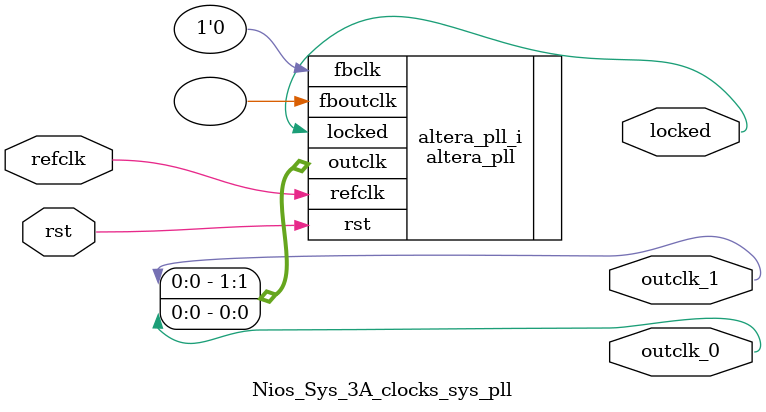
<source format=v>
`timescale 1ns/10ps
module  Nios_Sys_3A_clocks_sys_pll(

	// interface 'refclk'
	input wire refclk,

	// interface 'reset'
	input wire rst,

	// interface 'outclk0'
	output wire outclk_0,

	// interface 'outclk1'
	output wire outclk_1,

	// interface 'locked'
	output wire locked
);

	altera_pll #(
		.fractional_vco_multiplier("false"),
		.reference_clock_frequency("50.0 MHz"),
		.operation_mode("direct"),
		.number_of_clocks(2),
		.output_clock_frequency0("50.000000 MHz"),
		.phase_shift0("0 ps"),
		.duty_cycle0(50),
		.output_clock_frequency1("50.000000 MHz"),
		.phase_shift1("-3000 ps"),
		.duty_cycle1(50),
		.output_clock_frequency2("0 MHz"),
		.phase_shift2("0 ps"),
		.duty_cycle2(50),
		.output_clock_frequency3("0 MHz"),
		.phase_shift3("0 ps"),
		.duty_cycle3(50),
		.output_clock_frequency4("0 MHz"),
		.phase_shift4("0 ps"),
		.duty_cycle4(50),
		.output_clock_frequency5("0 MHz"),
		.phase_shift5("0 ps"),
		.duty_cycle5(50),
		.output_clock_frequency6("0 MHz"),
		.phase_shift6("0 ps"),
		.duty_cycle6(50),
		.output_clock_frequency7("0 MHz"),
		.phase_shift7("0 ps"),
		.duty_cycle7(50),
		.output_clock_frequency8("0 MHz"),
		.phase_shift8("0 ps"),
		.duty_cycle8(50),
		.output_clock_frequency9("0 MHz"),
		.phase_shift9("0 ps"),
		.duty_cycle9(50),
		.output_clock_frequency10("0 MHz"),
		.phase_shift10("0 ps"),
		.duty_cycle10(50),
		.output_clock_frequency11("0 MHz"),
		.phase_shift11("0 ps"),
		.duty_cycle11(50),
		.output_clock_frequency12("0 MHz"),
		.phase_shift12("0 ps"),
		.duty_cycle12(50),
		.output_clock_frequency13("0 MHz"),
		.phase_shift13("0 ps"),
		.duty_cycle13(50),
		.output_clock_frequency14("0 MHz"),
		.phase_shift14("0 ps"),
		.duty_cycle14(50),
		.output_clock_frequency15("0 MHz"),
		.phase_shift15("0 ps"),
		.duty_cycle15(50),
		.output_clock_frequency16("0 MHz"),
		.phase_shift16("0 ps"),
		.duty_cycle16(50),
		.output_clock_frequency17("0 MHz"),
		.phase_shift17("0 ps"),
		.duty_cycle17(50),
		.pll_type("General"),
		.pll_subtype("General")
	) altera_pll_i (
		.rst	(rst),
		.outclk	({outclk_1, outclk_0}),
		.locked	(locked),
		.fboutclk	( ),
		.fbclk	(1'b0),
		.refclk	(refclk)
	);
endmodule


</source>
